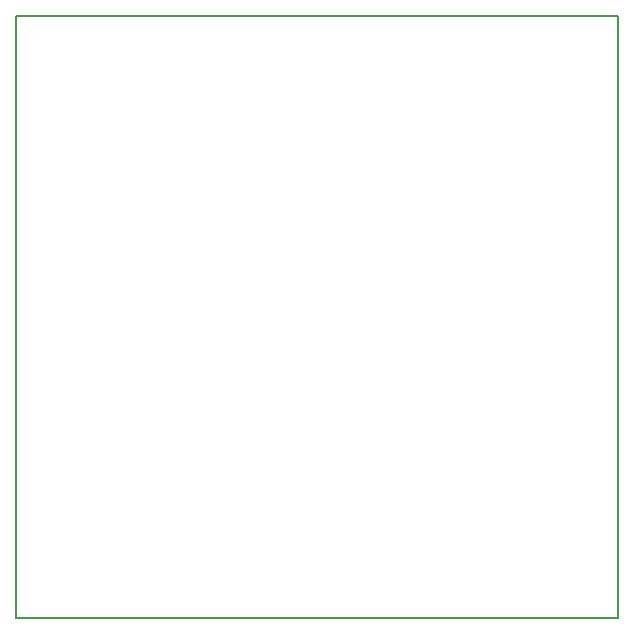
<source format=gbr>
G04 #@! TF.GenerationSoftware,KiCad,Pcbnew,(5.99.0-10394-g2e15de97e0)*
G04 #@! TF.CreationDate,2021-07-16T10:39:39+02:00*
G04 #@! TF.ProjectId,TFGPS01B,54464750-5330-4314-922e-6b696361645f,REV*
G04 #@! TF.SameCoordinates,Original*
G04 #@! TF.FileFunction,Profile,NP*
%FSLAX46Y46*%
G04 Gerber Fmt 4.6, Leading zero omitted, Abs format (unit mm)*
G04 Created by KiCad (PCBNEW (5.99.0-10394-g2e15de97e0)) date 2021-07-16 10:39:39*
%MOMM*%
%LPD*%
G01*
G04 APERTURE LIST*
G04 #@! TA.AperFunction,Profile*
%ADD10C,0.150000*%
G04 #@! TD*
G04 APERTURE END LIST*
D10*
X-96000Y50896000D02*
X50896000Y50896000D01*
X50896000Y50896000D02*
X50896000Y-96000D01*
X50896000Y-96000D02*
X-96000Y-96000D01*
X-96000Y-96000D02*
X-96000Y50896000D01*
M02*

</source>
